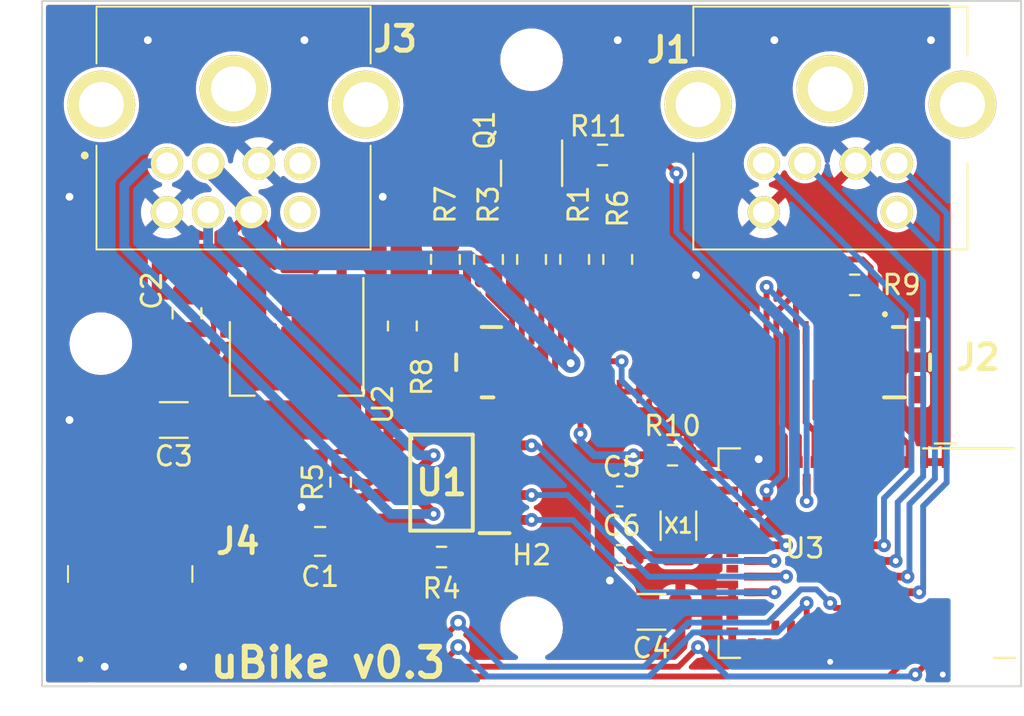
<source format=kicad_pcb>
(kicad_pcb (version 20211014) (generator pcbnew)
  (layers (0 "F.Cu" signal) (31 "B.Cu" power) (34 "B.Paste" user) (35 "F.Paste" user) (36 "B.SilkS" user "B.Silkscreen") (37 "F.SilkS" user "F.Silkscreen") (38 "B.Mask" user) (39 "F.Mask" user) (44 "Edge.Cuts" user))
  (net 0 "")
  (net 1 "GND")
  (net 2 "+3.3V")
  (net 3 "+12V")
  (net 4 "Net-(C5-Pad1)")
  (net 7 "XR")
  (net 8 "YU")
  (net 9 "SDO")
  (net 10 "SCL")
  (net 11 "CS")
  (net 12 "RS")
  (net 13 "RESET")
  (net 14 "XL")
  (net 15 "YD")
  (net 17 "SDI")
  (net 19 "Net-(J2-Pad34)")
  (net 20 "Net-(J2-Pad35)")
  (net 21 "Net-(J2-Pad36)")
  (net 22 "Net-(J2-Pad37)")
  (net 24 "Net-(J2-Pad38)")
  (net 25 "Net-(J2-Pad39)")
  (net 28 "IN4")
  (net 29 "IN3")
  (net 30 "IN2")
  (net 31 "IN1")
  (net 34 "Net-(J3-Pad3)")
  (net 36 "RX")
  (net 37 "DE")
  (net 38 "TX")
  (net 44 "Net-(J4-Pad4)")
  (net 45 "Net-(J4-Pad2)")
  (net 50 "SWO")
  (net 51 "SWD_RST")
  (net 53 "Net-(J3-Pad4)")
  (net 68 "Net-(C6-Pad1)")
  (net 79 "Net-(Q1-Pad1)")
  (net 80 "BL_DRAIN")
  (net 81 "BL_PWM")
  (footprint "Resistor_SMD:R_0603_1608Metric" (layer "F.Cu") (at 80.4 53.4)
    (fp_text reference "R4")
    (fp_text value "10k")
  )
  (footprint "Resistor_SMD:R_0603_1608Metric" (layer "F.Cu") (at 88.625 32.8625 180)
    (fp_text reference "R11")
    (fp_text value "1k")
  )
  (footprint "Capacitor_SMD:C_0603_1608Metric" (layer "F.Cu") (at 89.5 53.3 180)
    (fp_text reference "C6")
    (fp_text value "12pF")
  )
  (footprint "Resistor_SMD:R_1206_3216Metric" (layer "F.Cu") (at 92.5 51.8 90)
    (fp_text reference "X1")
    (fp_text value "32.768kHz")
  )
  (footprint "Capacitor_SMD:C_0805_2012Metric" (layer "F.Cu") (at 74.2 52.6)
    (fp_text reference "C1")
    (fp_text value "100nF")
  )
  (footprint "Package_TO_SOT_SMD:SOT-223-3_TabPin2" (layer "F.Cu") (at 73 43.25 -90)
    (fp_text reference "U2")
    (fp_text value "LD1117S33TR_SOT223")
  )
  (footprint "Resistor_SMD:R_0805_2012Metric" (layer "F.Cu") (at 89.4 38.2 90)
    (fp_text reference "R6")
    (fp_text value "390")
  )
  (footprint "Resistor_SMD:R_0805_2012Metric" (layer "F.Cu") (at 87.2 38.2 -90)
    (fp_text reference "R1")
    (fp_text value "390")
  )
  (footprint "Resistor_SMD:R_0805_2012Metric" (layer "F.Cu") (at 85 38.2 -90)
    (fp_text reference "R2" hide)
    (fp_text value "390")
  )
  (footprint "MountingHole:MountingHole_2.7mm_M2.5" (layer "F.Cu") (at 63 42.5)
    (fp_text reference "H3" hide)
    (fp_text value "MountingHole")
  )
  (footprint "Resistor_SMD:R_0805_2012Metric" (layer "F.Cu") (at 78.4 41.6 90)
    (fp_text reference "R8")
    (fp_text value "390")
  )
  (footprint "Resistor_SMD:R_0603_1608Metric" (layer "F.Cu") (at 92.2 48.2 180)
    (fp_text reference "R10")
    (fp_text value "1k7")
  )
  (footprint "RF_Module:Raytac_MDBT50Q" (layer "F.Cu") (at 102.4 53.2 -90)
    (fp_text reference "U3")
    (fp_text value "MDBT50Q-P1MV2")
  )
  (footprint "Resistor_SMD:R_0603_1608Metric" (layer "F.Cu") (at 101.5 39.5 180)
    (fp_text reference "R9")
    (fp_text value "1k7")
  )
  (footprint "SN65HVD08DR:SOIC127P600X175-8N" (layer "F.Cu") (at 80.4 49.6 180)
    (fp_text reference "U1")
    (fp_text value "SN65HVD08DR" hide)
  )
  (footprint "MountingHole:MountingHole_2.7mm_M2.5" (layer "F.Cu") (at 85 57)
    (fp_text reference "H2")
    (fp_text value "MountingHole")
  )
  (footprint "Capacitor_SMD:C_0603_1608Metric" (layer "F.Cu") (at 89.5 50.3 180)
    (fp_text reference "C5")
    (fp_text value "12pF")
  )
  (footprint "Capacitor_SMD:C_1206_3216Metric" (layer "F.Cu") (at 91.125 56.2 180)
    (fp_text reference "C4")
    (fp_text value "10uF")
  )
  (footprint "FTSH-105-01-F-DV-K:FTSH10501FDVK" (layer "F.Cu") (at 64.5 54.265)
    (fp_text reference "J4")
    (fp_text value "FTSH-105-01-F-DV-K" hide)
  )
  (footprint "KMDGX-8S-BS:KMDGX8SBS" (layer "F.Cu") (at 68.479 33.29)
    (fp_text reference "J3")
    (fp_text value "KMDGX-8S-BS" hide)
  )
  (footprint "KMDGX-6S-BS:KMDGX6SBS" (layer "F.Cu") (at 98.959 33.29)
    (fp_text reference "J1")
    (fp_text value "KMDGX-6S-BS" hide)
  )
  (footprint "F31S-1A7L1-11040:F31S1A7L111040" (layer "F.Cu") (at 93.25 43.45 180)
    (fp_text reference "J2")
    (fp_text value "F31S-1A7L1-11040" hide)
  )
  (footprint "Capacitor_SMD:C_1206_3216Metric" (layer "F.Cu") (at 66.725 46.4 180)
    (fp_text reference "C3")
    (fp_text value "10uF")
  )
  (footprint "MountingHole:MountingHole_2.7mm_M2.5" (layer "F.Cu") (at 85 28)
    (fp_text reference "H1" hide)
    (fp_text value "MountingHole")
  )
  (footprint "Resistor_SMD:R_0805_2012Metric" (layer "F.Cu") (at 80.6 38.2 90)
    (fp_text reference "R7" hide)
    (fp_text value "390")
  )
  (footprint "Capacitor_SMD:C_0805_2012Metric" (layer "F.Cu") (at 67.4 40.95 -90)
    (fp_text reference "C2")
    (fp_text value "100nF")
  )
  (footprint "Resistor_SMD:R_0805_2012Metric" (layer "F.Cu") (at 82.8 38.2 -90)
    (fp_text reference "R3")
    (fp_text value "390")
  )
  (footprint "Package_TO_SOT_SMD:SOT-23" (layer "F.Cu") (at 85 33.8 -90)
    (fp_text reference "Q1")
    (fp_text value "MMBT3904")
  )
  (footprint "Resistor_SMD:R_0603_1608Metric" (layer "F.Cu") (at 75.25 49.575 90)
    (fp_text reference "R5")
    (fp_text value "120")
  )
  (gr_rect (start 60 60) (end 110 25) (layer "Edge.Cuts") (width 0.1) (fill none))
  (gr_text "uBike v0.3" (at 74.6 58.8) (layer "F.SilkS") (effects (font (size 1.5 1.5) (thickness 0.3))))
  (gr_text "R7" (at 80.6 35.4 90) (layer "F.SilkS") (effects (font (size 1 1))))
  (segment (start 95.25 48.4) (end 96.2 48.4) (width 0.4) (layer "F.Cu") (net 1))
  (segment (start 88.725 53.3) (end 88.725 50.3) (width 1) (layer "F.Cu") (net 1))
  (segment (start 96.2 48.4) (end 96.6 48.4) (width 0.4) (layer "F.Cu") (net 1))
  (segment (start 89 54.6) (end 88.725 54.325) (width 1) (layer "F.Cu") (net 1))
  (segment (start 106.15 59.25) (end 106 59.4) (width 0.4) (layer "F.Cu") (net 1))
  (segment (start 95.5 58.75) (end 100.25 58.75) (width 0.4) (layer "F.Cu") (net 1))
  (segment (start 106.15 57.85) (end 106.15 59.25) (width 0.4) (layer "F.Cu") (net 1))
  (segment (start 95.25 57.2) (end 95.25 58) (width 0.4) (layer "F.Cu") (net 1))
  (segment (start 95.25 58) (end 95.25 58.5) (width 0.4) (layer "F.Cu") (net 1))
  (segment (start 88.725 54.325) (end 88.725 53.3) (width 1) (layer "F.Cu") (net 1))
  (segment (start 73.25 52.6) (end 73.25 50.85) (width 1) (layer "F.Cu") (net 1))
  (segment (start 89.65 56.2) (end 89.65 55.25) (width 1) (layer "F.Cu") (net 1))
  (segment (start 89.65 55.25) (end 89 54.6) (width 1) (layer "F.Cu") (net 1))
  (segment (start 95.25 58.5) (end 95.5 58.75) (width 0.4) (layer "F.Cu") (net 1))
  (via (at 73.4 27) (size 0.8) (drill 0.4) (layers "F.Cu" "B.Cu") (net 1))
  (via (at 106 59.4) (size 0.7) (drill 0.3) (layers "F.Cu" "B.Cu") (net 1))
  (via (at 97.4 27) (size 0.8) (drill 0.4) (layers "F.Cu" "B.Cu") (net 1))
  (via (at 67.2 59) (size 0.8) (drill 0.4) (layers "F.Cu" "B.Cu") (net 1))
  (via (at 93.4 39) (size 0.8) (drill 0.4) (layers "F.Cu" "B.Cu") (net 1))
  (via (at 73.25 50.85) (size 0.8) (drill 0.4) (layers "F.Cu" "B.Cu") (net 1))
  (via (at 100.25 58.75) (size 0.7) (drill 0.3) (layers "F.Cu" "B.Cu") (net 1))
  (via (at 61.4 46.4) (size 0.8) (drill 0.4) (layers "F.Cu" "B.Cu") (net 1))
  (via (at 89 54.6) (size 0.8) (drill 0.4) (layers "F.Cu" "B.Cu") (net 1))
  (via (at 61.4 35) (size 0.8) (drill 0.4) (layers "F.Cu" "B.Cu") (net 1))
  (via (at 63.2 59) (size 0.8) (drill 0.4) (layers "F.Cu" "B.Cu") (net 1))
  (via (at 89.4 27) (size 0.8) (drill 0.4) (layers "F.Cu" "B.Cu") (net 1))
  (via (at 65.4 27) (size 0.8) (drill 0.4) (layers "F.Cu" "B.Cu") (net 1))
  (via (at 77.4 35) (size 0.8) (drill 0.4) (layers "F.Cu" "B.Cu") (net 1))
  (via (at 105.4 27) (size 0.8) (drill 0.4) (layers "F.Cu" "B.Cu") (net 1))
  (via (at 96.6 48.4) (size 0.8) (drill 0.4) (layers "F.Cu" "B.Cu") (net 1))
  (segment (start 97.5 40.9) (end 98.5 39.9) (width 0.3) (layer "F.Cu") (net 2))
  (segment (start 102 41) (end 102.325 40.675) (width 0.3) (layer "F.Cu") (net 2))
  (segment (start 102 41.95) (end 102 41) (width 0.3) (layer "F.Cu") (net 2))
  (segment (start 102.325 38.625) (end 101.9 38.2) (width 0.3) (layer "F.Cu") (net 2))
  (segment (start 102.325 40.675) (end 102.325 39.5) (width 0.3) (layer "F.Cu") (net 2))
  (segment (start 102.325 39.5) (end 102.325 38.625) (width 0.3) (layer "F.Cu") (net 2))
  (segment (start 101.9 38.2) (end 100.2 38.2) (width 0.3) (layer "F.Cu") (net 2))
  (segment (start 97.5 44.95) (end 97.5 40.9) (width 0.3) (layer "F.Cu") (net 2))
  (segment (start 98.5 39.9) (end 98.5 44.95) (width 0.3) (layer "F.Cu") (net 2))
  (segment (start 100.2 38.2) (end 98.5 39.9) (width 0.3) (layer "F.Cu") (net 2))
  (segment (start 68.479 33.4095) (end 70.679 35.6095) (width 1) (layer "F.Cu") (net 3))
  (segment (start 87 41.95) (end 87 43.5) (width 0.3) (layer "F.Cu") (net 3))
  (via (at 87 43.5) (size 0.8) (drill 0.4) (layers "F.Cu" "B.Cu") (net 3))
  (segment (start 72.25 38.25) (end 81.75 38.25) (width 1) (layer "B.Cu") (net 3))
  (segment (start 70.679 35.79) (end 70.679 36.679) (width 1) (layer "B.Cu") (net 3))
  (segment (start 81.75 38.25) (end 87 43.5) (width 1) (layer "B.Cu") (net 3))
  (segment (start 68.479 33.4095) (end 70.679 35.6095) (width 1) (layer "B.Cu") (net 3))
  (segment (start 70.679 36.679) (end 72.25 38.25) (width 1) (layer "B.Cu") (net 3))
  (segment (start 95.25 50) (end 94.5 50) (width 0.4) (layer "F.Cu") (net 4))
  (segment (start 94.5 50) (end 94.1625 50.3375) (width 0.4) (layer "F.Cu") (net 4))
  (segment (start 94.1625 50.3375) (end 92.5 50.3375) (width 0.4) (layer "F.Cu") (net 4))
  (segment (start 90.275 50.3) (end 92.4625 50.3) (width 0.4) (layer "F.Cu") (net 4))
  (segment (start 91.375 48.2) (end 90.2 48.2) (width 0.4) (layer "F.Cu") (net 7))
  (segment (start 87.5 44.95) (end 87.5 47.1) (width 0.3) (layer "F.Cu") (net 7))
  (segment (start 91.8 49.2) (end 91.375 48.775) (width 0.4) (layer "F.Cu") (net 7))
  (segment (start 91.375 48.775) (end 91.375 48.2) (width 0.4) (layer "F.Cu") (net 7))
  (segment (start 95.25 49.2) (end 91.8 49.2) (width 0.4) (layer "F.Cu") (net 7))
  (via (at 90.2 48.2) (size 0.7) (drill 0.3) (layers "F.Cu" "B.Cu") (net 7))
  (via (at 87.5 47.1) (size 0.7) (drill 0.3) (layers "F.Cu" "B.Cu") (net 7))
  (segment (start 90.2 48.2) (end 88.2 48.2) (width 0.4) (layer "B.Cu") (net 7))
  (segment (start 88.2 48.2) (end 87.5 47.5) (width 0.4) (layer "B.Cu") (net 7))
  (segment (start 87.5 47.5) (end 87.5 47.1) (width 0.4) (layer "B.Cu") (net 7))
  (segment (start 96.15 52.8) (end 98 52.8) (width 0.4) (layer "F.Cu") (net 8))
  (segment (start 88 43) (end 88.4 43.4) (width 0.3) (layer "F.Cu") (net 8))
  (segment (start 88 41.95) (end 88 43) (width 0.3) (layer "F.Cu") (net 8))
  (segment (start 88.4 43.4) (end 89.6 43.4) (width 0.3) (layer "F.Cu") (net 8))
  (via (at 98 52.8) (size 0.7) (drill 0.3) (layers "F.Cu" "B.Cu") (net 8))
  (via (at 89.6 43.4) (size 0.7) (drill 0.3) (layers "F.Cu" "B.Cu") (net 8))
  (segment (start 89.6 43.4) (end 89.6 44.4) (width 0.3) (layer "B.Cu") (net 8))
  (segment (start 89.6 44.4) (end 98 52.8) (width 0.3) (layer "B.Cu") (net 8))
  (segment (start 99.05 49.45) (end 99.05 50.55) (width 0.4) (layer "F.Cu") (net 9))
  (segment (start 97 41.95) (end 97 39.6) (width 0.3) (layer "F.Cu") (net 9))
  (via (at 99.05 50.55) (size 0.7) (drill 0.3) (layers "F.Cu" "B.Cu") (net 9))
  (via (at 97 39.6) (size 0.7) (drill 0.3) (layers "F.Cu" "B.Cu") (net 9))
  (segment (start 99.05 50.55) (end 99.05 41.65) (width 0.3) (layer "B.Cu") (net 9))
  (segment (start 99.05 41.65) (end 97 39.6) (width 0.3) (layer "B.Cu") (net 9))
  (segment (start 98.65 47.25) (end 98 46.6) (width 0.3) (layer "F.Cu") (net 10))
  (segment (start 98 46.6) (end 98 41.95) (width 0.3) (layer "F.Cu") (net 10))
  (segment (start 98.65 48.55) (end 98.65 47.25) (width 0.3) (layer "F.Cu") (net 10))
  (segment (start 99.45 46.971318) (end 99 46.521318) (width 0.3) (layer "F.Cu") (net 11))
  (segment (start 99 46.521318) (end 99 41.95) (width 0.3) (layer "F.Cu") (net 11))
  (segment (start 99.45 48.55) (end 99.45 46.971318) (width 0.3) (layer "F.Cu") (net 11))
  (segment (start 100.25 47.064212) (end 99.5 46.314212) (width 0.3) (layer "F.Cu") (net 12))
  (segment (start 100.25 48.55) (end 100.25 47.064212) (width 0.3) (layer "F.Cu") (net 12))
  (segment (start 99.5 46.314212) (end 99.5 44.95) (width 0.3) (layer "F.Cu") (net 12))
  (segment (start 101.05 48.55) (end 101.05 47.157106) (width 0.3) (layer "F.Cu") (net 13))
  (segment (start 101.05 47.157106) (end 100 46.107106) (width 0.3) (layer "F.Cu") (net 13))
  (segment (start 100 46.107106) (end 100 41.95) (width 0.3) (layer "F.Cu") (net 13))
  (segment (start 101.85 48.55) (end 101.85 47.25) (width 0.3) (layer "F.Cu") (net 14))
  (segment (start 101.85 47.25) (end 100.5 45.9) (width 0.3) (layer "F.Cu") (net 14))
  (segment (start 100.5 40.7) (end 100.675 40.525) (width 0.3) (layer "F.Cu") (net 14))
  (segment (start 100.675 40.525) (end 100.675 39.5) (width 0.3) (layer "F.Cu") (net 14))
  (segment (start 100.5 44.95) (end 100.5 40.7) (width 0.3) (layer "F.Cu") (net 14))
  (segment (start 100.5 45.9) (end 100.5 44.95) (width 0.3) (layer "F.Cu") (net 14))
  (segment (start 102 44) (end 101 43) (width 0.3) (layer "F.Cu") (net 15))
  (segment (start 102 46.6) (end 102 44) (width 0.3) (layer "F.Cu") (net 15))
  (segment (start 101 43) (end 101 41.95) (width 0.3) (layer "F.Cu") (net 15))
  (segment (start 102.65 47.25) (end 102 46.6) (width 0.3) (layer "F.Cu") (net 15))
  (segment (start 102.65 48.55) (end 102.65 47.25) (width 0.3) (layer "F.Cu") (net 15))
  (segment (start 102.5 45.9) (end 102.5 44.95) (width 0.3) (layer "F.Cu") (net 17))
  (segment (start 104.25 48.55) (end 104.25 47.65) (width 0.3) (layer "F.Cu") (net 17))
  (segment (start 104.25 47.65) (end 102.5 45.9) (width 0.3) (layer "F.Cu") (net 17))
  (segment (start 89.4 40) (end 89 40.4) (width 0.3) (layer "F.Cu") (net 19))
  (segment (start 89 40.4) (end 87.107106 40.4) (width 0.3) (layer "F.Cu") (net 19))
  (segment (start 86.2 44) (end 86.5 44.3) (width 0.3) (layer "F.Cu") (net 19))
  (segment (start 86.5 42.8) (end 86.2 43.1) (width 0.3) (layer "F.Cu") (net 19))
  (segment (start 86.5 44.3) (end 86.5 44.95) (width 0.3) (layer "F.Cu") (net 19))
  (segment (start 86.5 41.007106) (end 86.5 42.8) (width 0.3) (layer "F.Cu") (net 19))
  (segment (start 86.2 43.1) (end 86.2 44) (width 0.3) (layer "F.Cu") (net 19))
  (segment (start 89.4 39.1125) (end 89.4 40) (width 0.3) (layer "F.Cu") (net 19))
  (segment (start 87.107106 40.4) (end 86.5 41.007106) (width 0.3) (layer "F.Cu") (net 19))
  (segment (start 87.2 39.6) (end 87.2 39.1125) (width 0.3) (layer "F.Cu") (net 20))
  (segment (start 86 41.95) (end 86 40.8) (width 0.3) (layer "F.Cu") (net 20))
  (segment (start 86 40.8) (end 87.2 39.6) (width 0.3) (layer "F.Cu") (net 20))
  (segment (start 82 40.4) (end 80.8 40.4) (width 0.3) (layer "F.Cu") (net 21))
  (segment (start 85.5 44.1) (end 84.6 43.2) (width 0.3) (layer "F.Cu") (net 21))
  (segment (start 80.6 40.2) (end 80.6 39.1125) (width 0.3) (layer "F.Cu") (net 21))
  (segment (start 84.6 43.2) (end 83.4 43.2) (width 0.3) (layer "F.Cu") (net 21))
  (segment (start 85.5 44.95) (end 85.5 44.1) (width 0.3) (layer "F.Cu") (net 21))
  (segment (start 83.4 43.2) (end 82.8 42.6) (width 0.3) (layer "F.Cu") (net 21))
  (segment (start 80.8 40.4) (end 80.6 40.2) (width 0.3) (layer "F.Cu") (net 21))
  (segment (start 82.8 42.6) (end 82.8 41.2) (width 0.3) (layer "F.Cu") (net 21))
  (segment (start 82.8 41.2) (end 82 40.4) (width 0.3) (layer "F.Cu") (net 21))
  (segment (start 85 41.95) (end 85 39.1125) (width 0.3) (layer "F.Cu") (net 22))
  (segment (start 84 43.8) (end 78.8 43.8) (width 0.3) (layer "F.Cu") (net 24))
  (segment (start 84.5 44.95) (end 84.5 44.3) (width 0.3) (layer "F.Cu") (net 24))
  (segment (start 78.8 43.8) (end 78.4 43.4) (width 0.3) (layer "F.Cu") (net 24))
  (segment (start 78.4 43.4) (end 78.4 42.5125) (width 0.3) (layer "F.Cu") (net 24))
  (segment (start 84.5 44.3) (end 84 43.8) (width 0.3) (layer "F.Cu") (net 24))
  (segment (start 84 41.95) (end 84 41.2) (width 0.3) (layer "F.Cu") (net 25))
  (segment (start 84 41.2) (end 82.8 40) (width 0.3) (layer "F.Cu") (net 25))
  (segment (start 82.8 40) (end 82.8 39.1125) (width 0.3) (layer "F.Cu") (net 25))
  (segment (start 101.85 54.4) (end 104.2 54.4) (width 0.4) (layer "F.Cu") (net 28))
  (via (at 104.2 54.4) (size 0.7) (drill 0.3) (layers "F.Cu" "B.Cu") (net 28))
  (segment (start 104.3 54.3) (end 104.2 54.4) (width 0.3) (layer "B.Cu") (net 28))
  (segment (start 105.6 49.4) (end 104.3 50.7) (width 0.3) (layer "B.Cu") (net 28))
  (segment (start 104.3 50.7) (end 104.3 54.3) (width 0.3) (layer "B.Cu") (net 28))
  (segment (start 103.659 35.79) (end 105.6 37.731) (width 0.3) (layer "B.Cu") (net 28))
  (segment (start 105.6 37.731) (end 105.6 49.4) (width 0.3) (layer "B.Cu") (net 28))
  (segment (start 101.85 55.2) (end 104.8 55.2) (width 0.4) (layer "F.Cu") (net 29))
  (via (at 104.8 55.2) (size 0.7) (drill 0.3) (layers "F.Cu" "B.Cu") (net 29))
  (segment (start 105 55) (end 104.8 55.2) (width 0.3) (layer "B.Cu") (net 29))
  (segment (start 106.2 35.831) (end 106.2 49.6) (width 0.3) (layer "B.Cu") (net 29))
  (segment (start 105 50.8) (end 105 55) (width 0.3) (layer "B.Cu") (net 29))
  (segment (start 103.659 33.29) (end 106.2 35.831) (width 0.3) (layer "B.Cu") (net 29))
  (segment (start 106.2 49.6) (end 105 50.8) (width 0.3) (layer "B.Cu") (net 29))
  (segment (start 101.85 52.8) (end 103 52.8) (width 0.4) (layer "F.Cu") (net 30))
  (via (at 103 52.8) (size 0.7) (drill 0.3) (layers "F.Cu" "B.Cu") (net 30))
  (segment (start 96.859 33.29) (end 104.4 40.831) (width 0.3) (layer "B.Cu") (net 30))
  (segment (start 104.4 40.831) (end 104.4 49) (width 0.3) (layer "B.Cu") (net 30))
  (segment (start 104.4 49) (end 103 50.4) (width 0.3) (layer "B.Cu") (net 30))
  (segment (start 103 50.4) (end 103 52.8) (width 0.3) (layer "B.Cu") (net 30))
  (segment (start 101.85 53.6) (end 103.6 53.6) (width 0.4) (layer "F.Cu") (net 31))
  (via (at 103.6 53.6) (size 0.7) (drill 0.3) (layers "F.Cu" "B.Cu") (net 31))
  (segment (start 98.959 33.29) (end 105 39.331) (width 0.3) (layer "B.Cu") (net 31))
  (segment (start 103.7 53.5) (end 103.6 53.6) (width 0.3) (layer "B.Cu") (net 31))
  (segment (start 105 49.292894) (end 103.7 50.592894) (width 0.3) (layer "B.Cu") (net 31))
  (segment (start 105 39.331) (end 105 49.292894) (width 0.3) (layer "B.Cu") (net 31))
  (segment (start 103.7 50.592894) (end 103.7 53.5) (width 0.3) (layer "B.Cu") (net 31))
  (segment (start 79.035 50.235) (end 80 51.2) (width 0.5) (layer "F.Cu") (net 34))
  (segment (start 77.689 50.235) (end 79.035 50.235) (width 0.5) (layer "F.Cu") (net 34))
  (segment (start 77.689 50.235) (end 76.565 50.235) (width 0.5) (layer "F.Cu") (net 34))
  (segment (start 76.565 50.235) (end 76.4 50.4) (width 0.5) (layer "F.Cu") (net 34))
  (segment (start 76.4 50.4) (end 75.25 50.4) (width 0.5) (layer "F.Cu") (net 34))
  (via (at 80 51.2) (size 0.7) (drill 0.3) (layers "F.Cu" "B.Cu") (net 34))
  (segment (start 64.2 37.6) (end 64.2 34.4) (width 0.5) (layer "B.Cu") (net 34))
  (segment (start 77.8 51.2) (end 64.2 37.6) (width 0.5) (layer "B.Cu") (net 34))
  (segment (start 80 51.2) (end 77.8 51.2) (width 0.5) (layer "B.Cu") (net 34))
  (segment (start 65.31 33.29) (end 66.379 33.29) (width 0.5) (layer "B.Cu") (net 34))
  (segment (start 64.2 34.4) (end 65.31 33.29) (width 0.5) (layer "B.Cu") (net 34))
  (segment (start 81.795 51.505) (end 83.111 51.505) (width 0.5) (layer "F.Cu") (net 36))
  (segment (start 96.15 55.2) (end 97.4 55.2) (width 0.4) (layer "F.Cu") (net 36))
  (segment (start 81.225 52.075) (end 81.795 51.505) (width 0.5) (layer "F.Cu") (net 36))
  (segment (start 83.111 51.505) (end 84.895 51.505) (width 0.5) (layer "F.Cu") (net 36))
  (segment (start 81.225 53.4) (end 81.225 52.075) (width 0.5) (layer "F.Cu") (net 36))
  (via (at 85 51.505) (size 0.7) (drill 0.3) (layers "F.Cu" "B.Cu") (net 36))
  (via (at 97.4 55.2) (size 0.7) (drill 0.3) (layers "F.Cu" "B.Cu") (net 36))
  (segment (start 90.8 55.2) (end 87.105 51.505) (width 0.3) (layer "B.Cu") (net 36))
  (segment (start 87.105 51.505) (end 85 51.505) (width 0.3) (layer "B.Cu") (net 36))
  (segment (start 97.4 55.2) (end 90.8 55.2) (width 0.3) (layer "B.Cu") (net 36))
  (segment (start 96.15 54.4) (end 98 54.4) (width 0.4) (layer "F.Cu") (net 37))
  (segment (start 83.111 50.235) (end 84.765 50.235) (width 0.5) (layer "F.Cu") (net 37))
  (segment (start 83.111 50.235) (end 83.111 48.965) (width 0.5) (layer "F.Cu") (net 37))
  (via (at 98 54.4) (size 0.7) (drill 0.3) (layers "F.Cu" "B.Cu") (net 37))
  (via (at 85 50.235) (size 0.7) (drill 0.3) (layers "F.Cu" "B.Cu") (net 37))
  (segment (start 86.835 50.235) (end 85 50.235) (width 0.3) (layer "B.Cu") (net 37))
  (segment (start 98 54.4) (end 91 54.4) (width 0.3) (layer "B.Cu") (net 37))
  (segment (start 91 54.4) (end 86.835 50.235) (width 0.3) (layer "B.Cu") (net 37))
  (segment (start 83.111 47.695) (end 84.905 47.695) (width 0.5) (layer "F.Cu") (net 38))
  (segment (start 96.15 53.6) (end 97.4 53.6) (width 0.4) (layer "F.Cu") (net 38))
  (via (at 97.4 53.6) (size 0.7) (drill 0.3) (layers "F.Cu" "B.Cu") (net 38))
  (via (at 85 47.695) (size 0.7) (drill 0.3) (layers "F.Cu" "B.Cu") (net 38))
  (segment (start 85.295 47.695) (end 85 47.695) (width 0.3) (layer "B.Cu") (net 38))
  (segment (start 91.2 53.6) (end 85.295 47.695) (width 0.3) (layer "B.Cu") (net 38))
  (segment (start 97.4 53.6) (end 91.2 53.6) (width 0.3) (layer "B.Cu") (net 38))
  (segment (start 72.707107 59) (end 92.5 59) (width 0.3) (layer "F.Cu") (net 44))
  (segment (start 63.25 54.055) (end 67.762107 54.055) (width 0.3) (layer "F.Cu") (net 44))
  (segment (start 63.25 54.04) (end 63.25 54.055) (width 0.3) (layer "F.Cu") (net 44))
  (segment (start 105.05 58.95) (end 104.6 59.4) (width 0.3) (layer "F.Cu") (net 44))
  (segment (start 63.23 54.02) (end 63.25 54.04) (width 0.3) (layer "F.Cu") (net 44))
  (segment (start 105.05 57.85) (end 105.05 58.95) (width 0.3) (layer "F.Cu") (net 44))
  (segment (start 67.853554 54.146447) (end 72.707107 59) (width 0.3) (layer "F.Cu") (net 44))
  (segment (start 67.762107 54.055) (end 67.853554 54.146447) (width 0.3) (layer "F.Cu") (net 44))
  (segment (start 63.23 52.23) (end 63.23 54.02) (width 0.3) (layer "F.Cu") (net 44))
  (segment (start 92.5 59) (end 93.5 58) (width 0.3) (layer "F.Cu") (net 44))
  (via (at 93.5 58) (size 0.7) (drill 0.3) (layers "F.Cu" "B.Cu") (net 44))
  (via (at 104.6 59.4) (size 0.7) (drill 0.3) (layers "F.Cu" "B.Cu") (net 44))
  (segment (start 93.5 58) (end 95 59.5) (width 0.3) (layer "B.Cu") (net 44))
  (segment (start 104.5 59.5) (end 104.6 59.4) (width 0.3) (layer "B.Cu") (net 44))
  (segment (start 95 59.5) (end 104.5 59.5) (width 0.3) (layer "B.Cu") (net 44))
  (segment (start 103.25 59.5) (end 104.25 58.5) (width 0.3) (layer "F.Cu") (net 45))
  (segment (start 104.25 58.5) (end 104.25 57.85) (width 0.3) (layer "F.Cu") (net 45))
  (segment (start 61.96 54.21) (end 62.305 54.555) (width 0.3) (layer "F.Cu") (net 45))
  (segment (start 72.5 59.5) (end 103.25 59.5) (width 0.3) (layer "F.Cu") (net 45))
  (segment (start 61.96 52.23) (end 61.96 54.21) (width 0.3) (layer "F.Cu") (net 45))
  (segment (start 62.305 54.555) (end 67.555 54.555) (width 0.3) (layer "F.Cu") (net 45))
  (segment (start 67.555 54.555) (end 72.5 59.5) (width 0.3) (layer "F.Cu") (net 45))
  (segment (start 68.56066 53.439341) (end 73.121319 58) (width 0.3) (layer "F.Cu") (net 50))
  (segment (start 68.25 49.75) (end 68.56066 50.06066) (width 0.3) (layer "F.Cu") (net 50))
  (segment (start 64.5 50.25) (end 65 49.75) (width 0.3) (layer "F.Cu") (net 50))
  (segment (start 80 58) (end 81.25 56.75) (width 0.3) (layer "F.Cu") (net 50))
  (segment (start 100.5 56) (end 100.25 55.75) (width 0.3) (layer "F.Cu") (net 50))
  (segment (start 65 49.75) (end 68.25 49.75) (width 0.3) (layer "F.Cu") (net 50))
  (segment (start 102.25 56.5) (end 101.75 56) (width 0.3) (layer "F.Cu") (net 50))
  (segment (start 64.5 52.23) (end 64.5 50.25) (width 0.3) (layer "F.Cu") (net 50))
  (segment (start 102.25 56.95) (end 102.25 56.5) (width 0.3) (layer "F.Cu") (net 50))
  (segment (start 73.121319 58) (end 73.25 58) (width 0.3) (layer "F.Cu") (net 50))
  (segment (start 73.25 58) (end 80 58) (width 0.3) (layer "F.Cu") (net 50))
  (segment (start 68.56066 50.06066) (end 68.56066 53.439341) (width 0.3) (layer "F.Cu") (net 50))
  (segment (start 101.75 56) (end 100.5 56) (width 0.3) (layer "F.Cu") (net 50))
  (via (at 81.25 56.75) (size 0.8) (drill 0.4) (layers "F.Cu" "B.Cu") (net 50))
  (via (at 100.25 55.75) (size 0.7) (drill 0.3) (layers "F.Cu" "B.Cu") (net 50))
  (segment (start 90.75 59) (end 93 56.75) (width 0.3) (layer "B.Cu") (net 50))
  (segment (start 93 56.75) (end 97.06005 56.75) (width 0.3) (layer "B.Cu") (net 50))
  (segment (start 98.76005 55.05) (end 99.55 55.05) (width 0.3) (layer "B.Cu") (net 50))
  (segment (start 97.06005 56.75) (end 98.76005 55.05) (width 0.3) (layer "B.Cu") (net 50))
  (segment (start 99.55 55.05) (end 100.25 55.75) (width 0.3) (layer "B.Cu") (net 50))
  (segment (start 83.5 59) (end 90.75 59) (width 0.3) (layer "B.Cu") (net 50))
  (segment (start 81.25 56.75) (end 83.5 59) (width 0.3) (layer "B.Cu") (net 50))
  (segment (start 72.914213 58.5) (end 80.75 58.5) (width 0.3) (layer "F.Cu") (net 51))
  (segment (start 68 53.585787) (end 72.914213 58.5) (width 0.3) (layer "F.Cu") (net 51))
  (segment (start 67.25 50.25) (end 67.75 50.25) (width 0.3) (layer "F.Cu") (net 51))
  (segment (start 67.04 50.46) (end 67.25 50.25) (width 0.3) (layer "F.Cu") (net 51))
  (segment (start 67.04 52.23) (end 67.04 50.46) (width 0.3) (layer "F.Cu") (net 51))
  (segment (start 80.75 58.5) (end 81.25 58) (width 0.3) (layer "F.Cu") (net 51))
  (segment (start 68 50.5) (end 68 53.585787) (width 0.3) (layer "F.Cu") (net 51))
  (segment (start 99.05 56.95) (end 99.05 55.75) (width 0.3) (layer "F.Cu") (net 51))
  (segment (start 67.75 50.25) (end 68 50.5) (width 0.3) (layer "F.Cu") (net 51))
  (via (at 81.25 58) (size 0.8) (drill 0.4) (layers "F.Cu" "B.Cu") (net 51))
  (via (at 99.05 55.75) (size 0.7) (drill 0.3) (layers "F.Cu" "B.Cu") (net 51))
  (segment (start 82.75 59.5) (end 81.25 58) (width 0.3) (layer "B.Cu") (net 51))
  (segment (start 91 59.5) (end 82.75 59.5) (width 0.3) (layer "B.Cu") (net 51))
  (segment (start 93.25 57.25) (end 91 59.5) (width 0.3) (layer "B.Cu") (net 51))
  (segment (start 97.55 57.25) (end 93.25 57.25) (width 0.3) (layer "B.Cu") (net 51))
  (segment (start 99.05 55.75) (end 97.55 57.25) (width 0.3) (layer "B.Cu") (net 51))
  (segment (start 76.35 48.75) (end 75.25 48.75) (width 0.5) (layer "F.Cu") (net 53))
  (segment (start 76.565 48.965) (end 76.35 48.75) (width 0.5) (layer "F.Cu") (net 53))
  (segment (start 77.689 48.965) (end 76.565 48.965) (width 0.5) (layer "F.Cu") (net 53))
  (segment (start 79.235 48.965) (end 80 48.2) (width 0.5) (layer "F.Cu") (net 53))
  (segment (start 77.689 48.965) (end 79.235 48.965) (width 0.5) (layer "F.Cu") (net 53))
  (via (at 80 48.2) (size 0.7) (drill 0.3) (layers "F.Cu" "B.Cu") (net 53))
  (segment (start 79.235 48.2) (end 68.835 37.8) (width 0.5) (layer "B.Cu") (net 53))
  (segment (start 80 48.2) (end 79.235 48.2) (width 0.5) (layer "B.Cu") (net 53))
  (segment (start 68.8 37.8) (end 68.479 37.479) (width 0.5) (layer "B.Cu") (net 53))
  (segment (start 68.835 37.8) (end 68.8 37.8) (width 0.5) (layer "B.Cu") (net 53))
  (segment (start 68.479 37.479) (end 68.479 35.79) (width 0.5) (layer "B.Cu") (net 53))
  (segment (start 90.275 53.3) (end 92.4625 53.3) (width 0.4) (layer "F.Cu") (net 68))
  (segment (start 93.7375 53.2625) (end 92.5 53.2625) (width 0.4) (layer "F.Cu") (net 68))
  (segment (start 94.2 51.35) (end 94.2 52.8) (width 0.4) (layer "F.Cu") (net 68))
  (segment (start 94.2 52.8) (end 93.7375 53.2625) (width 0.4) (layer "F.Cu") (net 68))
  (segment (start 94.75 50.8) (end 94.2 51.35) (width 0.4) (layer "F.Cu") (net 68))
  (segment (start 95.25 50.8) (end 94.75 50.8) (width 0.4) (layer "F.Cu") (net 68))
  (segment (start 85.95 32.8625) (end 87.8 32.8625) (width 0.3) (layer "F.Cu") (net 79))
  (segment (start 91.4625 32.8625) (end 89.45 32.8625) (width 0.3) (layer "F.Cu") (net 81))
  (segment (start 92.4 33.8) (end 91.4625 32.8625) (width 0.3) (layer "F.Cu") (net 81))
  (segment (start 96.6 51.2) (end 97 50.8) (width 0.4) (layer "F.Cu") (net 81))
  (segment (start 97 50.8) (end 97 50) (width 0.4) (layer "F.Cu") (net 81))
  (segment (start 96.15 51.2) (end 96.6 51.2) (width 0.4) (layer "F.Cu") (net 81))
  (via (at 92.4 33.8) (size 0.7) (drill 0.3) (layers "F.Cu" "B.Cu") (net 81))
  (via (at 97 50) (size 0.7) (drill 0.3) (layers "F.Cu" "B.Cu") (net 81))
  (segment (start 97.8 49.2) (end 97.8 42.2) (width 0.3) (layer "B.Cu") (net 81))
  (segment (start 92.4 36.8) (end 92.4 33.8) (width 0.3) (layer "B.Cu") (net 81))
  (segment (start 97 50) (end 97.8 49.2) (width 0.3) (layer "B.Cu") (net 81))
  (segment (start 97.8 42.2) (end 92.4 36.8) (width 0.3) (layer "B.Cu") (net 81))
  (zone (net 3) (net_name "+12V") (layer "F.Cu") (priority 2) (connect_pads (clearance 0)) (min_thickness 0.254) (fill yes (thermal_gap 0.508) (thermal_bridge_width 0.508))
    (polygon (pts (xy 72 34.8) (xy 72 42.2) (xy 69.1 42.2) (xy 69.1 41) (xy 65.6 41) (xy 65.6 37.4) (xy 68.8 37.4) (xy 68.8 34.8)))
  )
  (zone (net 1) (net_name "GND") (layer "F.Cu") (priority 1) (connect_pads (clearance 0)) (min_thickness 0.254) (fill yes (thermal_gap 0.508) (thermal_bridge_width 0.508))
    (polygon (pts (xy 69.1 43) (xy 67.8 44.6) (xy 67.8 48.2) (xy 60.2 48.2) (xy 60.2 36.8) (xy 69.1 36.8)))
  )
  (zone (net 1) (net_name "GND") (layer "F.Cu") (priority 1) (connect_pads (clearance 0)) (min_thickness 0.254) (fill yes (thermal_gap 0.508) (thermal_bridge_width 0.508))
    (polygon (pts (xy 106.4 48.9) (xy 102.85 48.9) (xy 102.85 40.5) (xy 96.6 40.5) (xy 96.6 39.4) (xy 60.2 39.4) (xy 60.2 25.2) (xy 106.4 25.2)))
  )
  (zone (net 80) (net_name "BL_DRAIN") (layer "F.Cu") (priority 3) (connect_pads (clearance 0)) (min_thickness 0.254) (fill yes (thermal_gap 0.508) (thermal_bridge_width 0.508))
    (polygon (pts (xy 91.4 38.2) (xy 80 38.2) (xy 80 41) (xy 77.8 41) (xy 77.8 33.4) (xy 91.4 33.2)))
  )
  (zone (net 1) (net_name "GND") (layer "F.Cu") (priority 1) (connect_pads (clearance 0)) (min_thickness 0.254) (fill yes (thermal_gap 0.508) (thermal_bridge_width 0.508))
    (polygon (pts (xy 72.6 59.8) (xy 62.6 59.8) (xy 62.6 54.8) (xy 67.6 54.8)))
  )
  (zone (net 1) (net_name "GND") (layer "F.Cu") (priority 1) (connect_pads (clearance 0)) (min_thickness 0.254) (fill yes (thermal_gap 0.508) (thermal_bridge_width 0.508))
    (polygon (pts (xy 96.65 45.2) (xy 80.95 45.2) (xy 80.95 37) (xy 96.65 37)))
  )
  (zone (net 2) (net_name "+3.3V") (layer "F.Cu") (connect_pads (clearance 0)) (min_thickness 0.254) (fill yes (thermal_gap 0.508) (thermal_bridge_width 0.508))
    (polygon (pts (xy 98.130782 59.814278) (xy 60.2 59.8) (xy 60.2 39.4) (xy 84.9 39.4) (xy 84.9 44.5) (xy 98.080782 44.514278)))
  )
  (zone (net 1) (net_name "GND") (layer "F.Cu") (priority 1) (connect_pads (clearance 0)) (min_thickness 0.254) (fill yes (thermal_gap 0.508) (thermal_bridge_width 0.508))
    (polygon (pts (xy 83.8 37) (xy 83.8 44.1) (xy 83.8 48.1) (xy 76.5 48.1) (xy 76.5 42.2) (xy 74.125 42.2) (xy 74.125 37)))
  )
  (zone (net 1) (net_name "GND") (layer "B.Cu") (connect_pads (clearance 0)) (min_thickness 0.254) (fill yes (thermal_gap 0.508) (thermal_bridge_width 0.508))
    (polygon (pts (xy 106.4 59.8) (xy 60.2 59.8) (xy 60.2 25.2) (xy 106.4 25.2)))
  )
)
</source>
